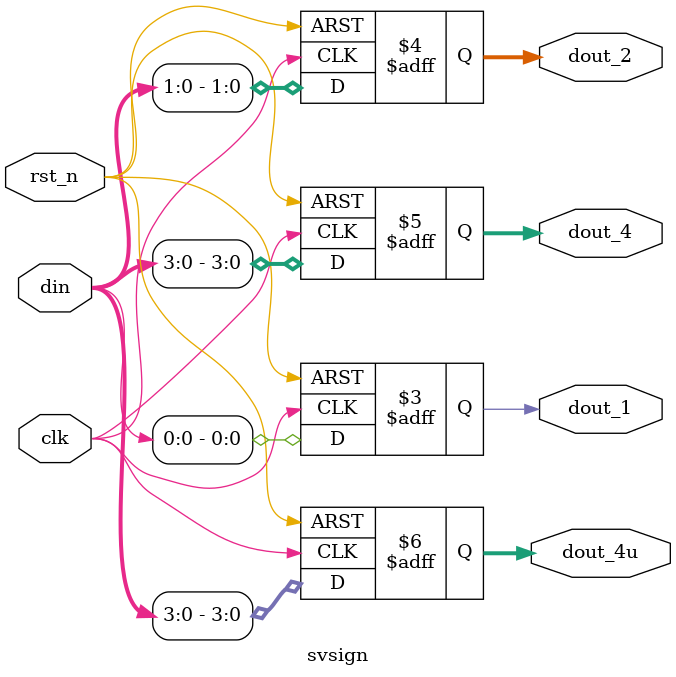
<source format=sv>
module svsign #(
    parameter   IW  = 8
) (
    input logic             clk,
    input logic             rst_n,
    input logic [IW-1:0]    din,
    output logic            dout_1,
    output logic [1:0]      dout_2,
    output logic [3:0]      dout_4,
    output logic [3:0]      dout_4u
);

always_ff @( posedge clk or negedge rst_n ) begin : blockFF
    if(rst_n ==0) begin
        dout_1  <= '0;
        dout_2  <= '0;
        dout_4  <= '0;
        dout_4u <= '0;
    end else begin
        dout_1  <= $signed(din[0]);
        dout_2  <= $signed(din[1:0]);
        dout_4  <= $signed(din[3:0]);
        dout_4u <= $unsigned(din[3:0]);
    end
end
    
endmodule
</source>
